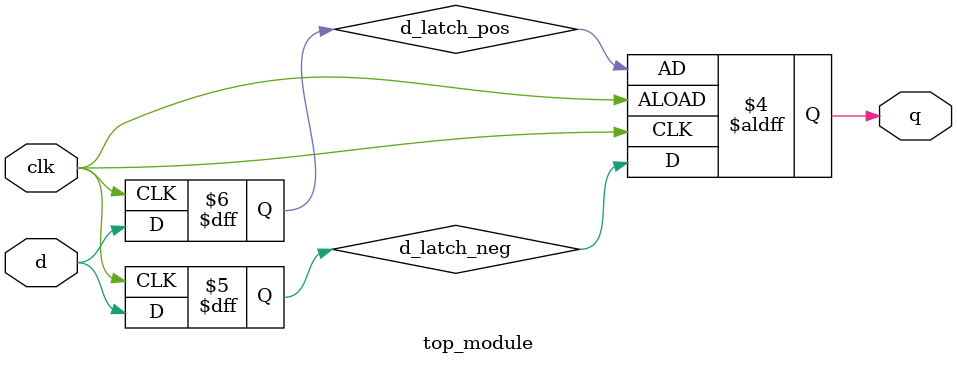
<source format=sv>
module top_module(
    input clk,
    input d,
    output reg q);
    
    reg d_latch_pos;
    reg d_latch_neg;

    always @(posedge clk) begin
        d_latch_pos <= d;
    end

    always @(negedge clk) begin
        d_latch_neg <= d;
    end

    always @(posedge clk or negedge clk) begin
        if(clk)
            q <= d_latch_pos;
        else
            q <= d_latch_neg;
    end

endmodule

</source>
